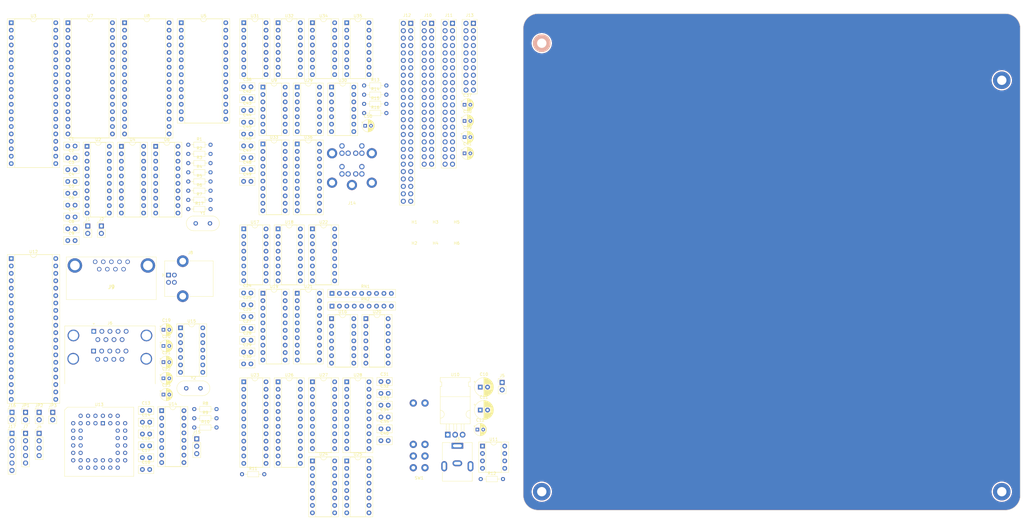
<source format=kicad_pcb>
(kicad_pcb (version 20240108) (generator "pcbnew") (generator_version "8.0")
  (layers (0 "F.Cu" signal) (1 "In1.Cu" power) (2 "In2.Cu" power) (31 "B.Cu" signal) (34 "B.Paste" user) (35 "F.Paste" user) (36 "B.SilkS" user "B.Silkscreen") (37 "F.SilkS" user "F.Silkscreen") (38 "B.Mask" user) (39 "F.Mask" user) (44 "Edge.Cuts" user))
  (net 0 "")
  (net 1 "GND")
  (net 2 "/AM16")
  (net 3 "/AM20")
  (net 4 "VCC")
  (net 5 "/AM15")
  (net 6 "/AM21")
  (net 7 "/AM19")
  (net 8 "/AM17")
  (net 9 "/AM18")
  (net 10 "/D6")
  (net 11 "/Address-Logic/BA")
  (net 12 "/Expansion Ports/~{BREQ}")
  (net 13 "/Expansion Ports/~{RST}")
  (net 14 "/Expansion Ports/BAVAIL")
  (net 15 "/Address-Logic/BS")
  (net 16 "/D2")
  (net 17 "/CPU_MEM/MRDY")
  (net 18 "/CPU_MEM/~{NMI}")
  (net 19 "/CPU_MEM/~{IRQ}")
  (net 20 "/CPU_MEM/~{FIRQ}")
  (net 21 "/D0")
  (net 22 "/D3")
  (net 23 "Net-(U15-VUSB)")
  (net 24 "/D1")
  (net 25 "/D7")
  (net 26 "/Address-Logic/Q")
  (net 27 "/Expansion Ports/R{slash}~{W}")
  (net 28 "/D4")
  (net 29 "/D5")
  (net 30 "/Address-Logic/~{ROM_EN}")
  (net 31 "/Address-Logic/~{RAML_EN}")
  (net 32 "/Address-Logic/~{RAMH_EN}")
  (net 33 "Net-(U3-XTAL)")
  (net 34 "Net-(U3-EXTAL)")
  (net 35 "Net-(J7-Pin_2)")
  (net 37 "/Address-Logic/~{SND_EN}")
  (net 43 "/Address-Logic/~{IO_EN}")
  (net 44 "/Address-Logic/~{EXP_EN}")
  (net 45 "Net-(J7-Pin_4)")
  (net 46 "/Address-Logic/~{PAR_EN}")
  (net 47 "/Address-Logic/~{SER_EN}")
  (net 48 "/Address-Logic/~{PS2_EN}")
  (net 49 "/Address-Logic/~{VDC_EN}")
  (net 50 "/Address-Logic/~{CF_EN}")
  (net 52 "/Address-Logic/~{IRQ_EN}")
  (net 53 "Net-(U17-S2)")
  (net 54 "Net-(U17-S1)")
  (net 55 "Net-(U17-S0)")
  (net 56 "Net-(SW1-1-2)")
  (net 57 "Net-(U18-S2)")
  (net 58 "Net-(U18-S1)")
  (net 59 "Net-(U18-S0)")
  (net 60 "Net-(U13-X1{slash}CLK)")
  (net 61 "Net-(U13-X2)")
  (net 62 "Net-(U14-C1+)")
  (net 63 "Net-(U14-C1-)")
  (net 64 "Net-(U14-C2+)")
  (net 65 "Net-(U14-C2-)")
  (net 66 "Net-(U14-VS-)")
  (net 67 "Net-(U14-VS+)")
  (net 68 "Net-(J2-Pin_1)")
  (net 69 "Net-(J4-BA)")
  (net 70 "Net-(J4-RA)")
  (net 71 "Net-(J4-GA)")
  (net 72 "Net-(U12-PA3)")
  (net 73 "Net-(U12-PB0)")
  (net 74 "Net-(U12-PA0)")
  (net 78 "Net-(J7-Pin_5)")
  (net 80 "Net-(J7-Pin_1)")
  (net 82 "/Expansion Ports/E")
  (net 83 "~{RD}'")
  (net 84 "Net-(U12-PA1)")
  (net 86 "/Expansion Ports/~{RD}")
  (net 87 "/Expansion Ports/~{RAMX_EN}")
  (net 88 "/~{IRQ_0}")
  (net 89 "/~{IRQ_8}")
  (net 90 "/~{IRQ_14}")
  (net 91 "/~{IRQ_11}")
  (net 92 "/~{IRQ_9}")
  (net 93 "/~{IRQ_10}")
  (net 94 "/~{IRQ_12}")
  (net 95 "/~{IRQ_13}")
  (net 96 "/~{IRQ_1}")
  (net 97 "/~{IRQ_5}")
  (net 98 "/~{IRQ_6}")
  (net 99 "/~{IRQ_4}")
  (net 100 "/~{IRQ_2}")
  (net 101 "/~{IRQ_3}")
  (net 102 "/~{IRQ_7}")
  (net 103 "/A1")
  (net 104 "/A3")
  (net 105 "/A6")
  (net 106 "/A12")
  (net 107 "/A15")
  (net 108 "/A14")
  (net 109 "/A13")
  (net 110 "/A7")
  (net 111 "/A5")
  (net 112 "/A0")
  (net 113 "/A8")
  (net 114 "/A10")
  (net 115 "/A2")
  (net 116 "/A4")
  (net 117 "/A11")
  (net 118 "/A9")
  (net 119 "/Expansion Ports/~{WR}")
  (net 120 "/Serial-Parallel/D-")
  (net 121 "/Serial-Parallel/D+")
  (net 122 "/AM14")
  (net 123 "Net-(U12-PA2)")
  (net 124 "Net-(U12-PB2)")
  (net 125 "/Address-Logic/~{MEM_RD}")
  (net 126 "/Address-Logic/~{MEM_WR}")
  (net 127 "/Expansion Ports/~{MAP_EN}")
  (net 129 "Net-(U12-PB1)")
  (net 130 "Net-(U12-PB3)")
  (net 131 "Net-(U12-PB4)")
  (net 132 "/CPU_MEM/~{HALT}")
  (net 133 "/CPU_MEM/pD6")
  (net 134 "/CPU_MEM/pA1")
  (net 135 "/CPU_MEM/pA3")
  (net 136 "/CPU_MEM/pA6")
  (net 137 "/CPU_MEM/pA12")
  (net 138 "/CPU_MEM/pA15")
  (net 139 "/CPU_MEM/pA14")
  (net 140 "/CPU_MEM/pA13")
  (net 141 "/CPU_MEM/pD2")
  (net 142 "/CPU_MEM/pA7")
  (net 143 "/CPU_MEM/pA5")
  (net 144 "/CPU_MEM/pD0")
  (net 145 "/CPU_MEM/pA0")
  (net 146 "/CPU_MEM/pD3")
  (net 147 "/CPU_MEM/pD1")
  (net 148 "/CPU_MEM/pD7")
  (net 149 "/CPU_MEM/pA8")
  (net 150 "/CPU_MEM/pA10")
  (net 151 "/CPU_MEM/pA2")
  (net 152 "/CPU_MEM/pA4")
  (net 153 "/CPU_MEM/pA11")
  (net 154 "/CPU_MEM/pD4")
  (net 155 "/CPU_MEM/pA9")
  (net 156 "/CPU_MEM/pD5")
  (net 157 "Net-(U14-R1IN)")
  (net 158 "Net-(U14-T1OUT)")
  (net 169 "Net-(JP2-B)")
  (net 170 "Net-(JP2-A)")
  (net 171 "Net-(JP3-B)")
  (net 174 "Net-(J17-Pin_5)")
  (net 176 "Net-(J15-Pin_2)")
  (net 178 "Net-(J17-Pin_3)")
  (net 179 "Net-(J17-Pin_2)")
  (net 180 "Net-(J17-Pin_4)")
  (net 190 "Net-(U13-TxB)")
  (net 191 "Net-(JP3-A)")
  (net 192 "Net-(U13-OP4)")
  (net 193 "Net-(U13-TxA)")
  (net 195 "Net-(U13-RxB)")
  (net 198 "Net-(U13-OP5)")
  (net 199 "Net-(U13-OP6)")
  (net 203 "Net-(U13-RxA)")
  (net 208 "Net-(U21-OE)")
  (net 210 "Net-(U19-Cp)")
  (net 212 "Net-(U17-EI)")
  (net 215 "Net-(U18-GS)")
  (net 216 "Net-(U19-Q1)")
  (net 218 "Net-(U19-Q2)")
  (net 222 "Net-(U19-Q0)")
  (net 225 "Net-(U19-Q3)")
  (net 228 "Net-(U21-D3)")
  (net 229 "Net-(U21-D2)")
  (net 230 "Net-(U21-D0)")
  (net 231 "Net-(U21-D1)")
  (net 234 "/Address-Logic/A14{slash}A0")
  (net 236 "/Address-Logic/A15{slash}A1")
  (net 239 "/Address-Logic/~{MAP_RD}")
  (net 242 "Net-(U11-~{MR})")
  (net 247 "/Power-Management/RST")
  (net 248 "/Address-Logic/~{MEM_EN}")
  (net 249 "Net-(JP1-A)")
  (net 250 "Net-(SW1-1-C)")
  (net 253 "/PS2/PS2_M_CLK")
  (net 257 "/PS2/PS2_KB_DATA")
  (net 258 "/PS2/PS2_M_DATA")
  (net 259 "/PS2/PS2_KB_CLK")
  (net 260 "Net-(U9-Pad1)")
  (net 261 "Net-(U9-Pad10)")
  (net 262 "/PS2/M_CLK")
  (net 263 "Net-(U32-QC)")
  (net 264 "/PS2/M_DATA")
  (net 265 "/PS2/~{INT_PS2_M}")
  (net 268 "Net-(U36-OE)")
  (net 269 "Net-(U29-Pad3)")
  (net 270 "Net-(U33-OE)")
  (net 272 "Net-(U29-Pad10)")
  (net 273 "Net-(U30-Pad13)")
  (net 274 "Net-(U30-Pad11)")
  (net 275 "/PS2/~{INT_PS2_KB}")
  (net 276 "Net-(U35-QC)")
  (net 277 "Net-(U34-SER)")
  (net 278 "Net-(U34-SRCLK)")
  (net 279 "Net-(U31-QF)")
  (net 282 "Net-(U31-QH')")
  (net 283 "Net-(U31-QG)")
  (net 284 "Net-(U31-QH)")
  (net 285 "Net-(U31-QD)")
  (net 286 "Net-(U31-QE)")
  (net 287 "Net-(U31-QC)")
  (net 291 "Net-(U32-QA)")
  (net 295 "Net-(U32-QB)")
  (net 296 "Net-(U34-QG)")
  (net 297 "Net-(U34-QC)")
  (net 298 "Net-(U34-QH)")
  (net 299 "Net-(U34-QD)")
  (net 300 "Net-(U34-QH')")
  (net 301 "Net-(U34-QE)")
  (net 302 "Net-(U34-QF)")
  (net 309 "Net-(U35-QA)")
  (net 312 "Net-(U35-QB)")
  (net 313 "Net-(J16-Pin_2)")
  (net 314 "Net-(U16-Pad1)")
  (footprint "Resistor_THT:R_Axial_DIN0204_L3.6mm_D1.6mm_P7.62mm_Horizontal" (layer "F.Cu") (at -82.618 226.79)
    (property "Reference" "R10")
    (property "Value" "1k")
  )
  (footprint "Package_DIP:DIP-40_W15.24mm_Socket" (layer "F.Cu") (at -145.268 168.91)
    (property "Reference" "U12")
    (property "Value" "65c22")
  )
  (footprint "Package_DIP:DIP-24_W7.62mm_Socket" (layer "F.Cu") (at -65.668 211.16)
    (property "Reference" "U23")
    (property "Value" "GAL 22V10")
  )
  (footprint "Resistor_THT:R_Array_SIP9" (layer "F.Cu") (at -35.468 185.21)
    (property "Reference" "RN2")
    (property "Value" "R_Network08")
  )
  (footprint "Resistor_THT:R_Axial_DIN0204_L3.6mm_D1.6mm_P7.62mm_Horizontal" (layer "F.Cu") (at -84.668 145.66)
    (property "Reference" "R6")
    (property "Value" "4k7")
  )
  (footprint "Connector_PinHeader_2.54mm:PinHeader_1x02_P2.54mm_Vertical" (layer "F.Cu") (at -119.068 157.76)
    (property "Reference" "J1")
    (property "Value" "HALT")
  )
  (footprint "MountingHole:MountingHole_3.2mm_M3_ISO7380" (layer "F.Cu") (at 7.232 160.26)
    (property "Reference" "H5")
    (property "Value" "MountingHole")
  )
  (footprint "Capacitor_THT:C_Disc_D5.0mm_W2.5mm_P2.50mm" (layer "F.Cu") (at -65.718 180.71)
    (property "Reference" "C24")
    (property "Value" "100n")
  )
  (footprint "Connector_PinSocket_2.54mm:PinSocket_2x20_P2.54mm_Vertical" (layer "F.Cu") (at 5.792 88.31)
    (property "Reference" "J11")
    (property "Value" "AudioAddon")
  )
  (footprint "Capacitor_THT:CP_Radial_D4.0mm_P2.00mm" (layer "F.Cu") (at 9.906801 127.31)
    (property "Reference" "C39")
    (property "Value" "10u")
  )
  (footprint "Capacitor_THT:C_Disc_D5.0mm_W2.5mm_P2.50mm" (layer "F.Cu") (at -18.718 215.11)
    (property "Reference" "C32")
    (property "Value" "100n")
  )
  (footprint "Capacitor_THT:C_Disc_D5.0mm_W2.5mm_P2.50mm" (layer "F.Cu") (at -65.718 114.11)
    (property "Reference" "C42")
    (property "Value" "100n")
  )
  (footprint "Package_DIP:DIP-14_W7.62mm_Socket" (layer "F.Cu") (at -35.618 189.51)
    (property "Reference" "U16")
    (property "Value" "74HCT02")
  )
  (footprint "Package_DIP:DIP-16_W7.62mm_Socket" (layer "F.Cu") (at -93.768 221.04)
    (property "Reference" "U14")
    (property "Value" "MAX232")
  )
  (footprint "Capacitor_THT:C_Disc_D5.0mm_W2.5mm_P2.50mm" (layer "F.Cu") (at -65.718 126.26)
    (property "Reference" "C45")
    (property "Value" "100n")
  )
  (footprint "Package_LCC:PLCC-44_THT-Socket" (layer "F.Cu") (at -113.898 225.34)
    (property "Reference" "U13")
    (property "Value" "XR88C92")
  )
  (footprint "Package_DIP:DIP-16_W7.62mm_Socket" (layer "F.Cu") (at -53.918 158.76)
    (property "Reference" "U18")
    (property "Value" "74HCT148")
  )
  (footprint "Capacitor_THT:CP_Radial_D4.0mm_P2.00mm" (layer "F.Cu") (at 9.906801 121.76)
    (property "Reference" "C38")
    (property "Value" "10u")
  )
  (footprint "Crystal:Crystal_HC49-U_Vertical" (layer "F.Cu") (at -82.118 156.86)
    (property "Reference" "Y1")
    (property "Value" "12MHz")
  )
  (footprint "Package_DIP:DIP-16_W7.62mm_Socket" (layer "F.Cu") (at -42.168 158.76)
    (property "Reference" "U22")
    (property "Value" "74HCT85")
  )
  (footprint "Capacitor_THT:C_Disc_D5.0mm_W2.5mm_P2.50mm" (layer "F.Cu") (at -125.918 146.56)
    (property "Reference" "C5")
    (property "Value" "100n")
  )
  (footprint "Package_DIP:DIP-20_W7.62mm_Socket" (layer "F.Cu") (at -47.368 129.66)
    (property "Reference" "U36")
    (property "Value" "74HCT573")
  )
  (footprint "Package_DIP:DIP-20_W7.62mm_Socket" (layer "F.Cu") (at -42.168 211.16)
    (property "Reference" "U27")
    (property "Value" "GAL16V8")
  )
  (footprint "Package_DIP:DIP-28_W15.24mm_Socket" (layer "F.Cu") (at -87.068 88.11)
    (property "Reference" "U5")
    (property "Value" "28C64")
  )
  (footprint "Capacitor_THT:C_Disc_D5.0mm_W2.5mm_P2.50mm" (layer "F.Cu") (at -18.718 211.06)
    (property "Reference" "C31")
    (property "Value" "100n")
  )
  (footprint "Package_DIP:DIP-16_W7.62mm_Socket" (layer "F.Cu") (at -65.668 88.11)
    (property "Reference" "U31")
    (property "Value" "74HCT595")
  )
  (footprint "Resistor_THT:R_Axial_DIN0204_L3.6mm_D1.6mm_P7.62mm_Horizontal" (layer "F.Cu") (at -84.668 148.81)
    (property "Reference" "R7")
    (property "Value" "4k7")
  )
  (footprint "Capacitor_THT:C_Disc_D5.0mm_W2.5mm_P2.50mm" (layer "F.Cu") (at -100.368 241.19)
    (property "Reference" "C18")
    (property "Value" "100n")
  )
  (footprint "Package_DIP:DIP-20_W7.62mm_Socket" (layer "F.Cu") (at -47.368 180.81)
    (property "Reference" "U21")
    (property "Value" "74HCT574")
  )
  (footprint "Capacitor_THT:C_Disc_D5.0mm_W2.5mm_P2.50mm" (layer "F.Cu") (at -65.718 192.86)
    (property "Reference" "C27")
    (property "Value" "100n")
  )
  (footprint "Package_DIP:DIP-20_W7.62mm_Socket" (layer "F.Cu") (at -107.568 130.46)
    (property "Reference" "U4")
    (property "Value" "74HC245")
  )
  (footprint "Package_DIP:DIP-16_W7.62mm_Socket" (layer "F.Cu") (at -65.668 158.76)
    (property "Reference" "U17")
    (property "Value" "74HCT148")
  )
  (footprint "Connector_PinSocket_2.54mm:PinSocket_2x25_P2.54mm_Vertical" (layer "F.Cu") (at -8.508 88.31)
    (property "Reference" "J12")
    (property "Value" "ExpansionPort")
  )
  (footprint "Connector_PinHeader_2.54mm:PinHeader_1x02_P2.54mm_Vertical" (layer "F.Cu") (at 22.782 211.36)
    (property "Reference" "J5")
    (property "Value" "Reset")
  )
  (footprint "Capacitor_THT:C_Disc_D5.0mm_W2.5mm_P2.50mm" (layer "F.Cu") (at -125.918 158.71)
    (property "Reference" "C8")
    (property "Value" "100n")
  )
  (footprint "Resistor_THT:R_Axial_DIN0204_L3.6mm_D1.6mm_P7.62mm_Horizontal" (layer "F.Cu") (at -24.468 109.61)
    (property "Reference" "R13")
    (property "Value" "10k")
  )
  (footprint "Capacitor_THT:C_Disc_D5.0mm_W2.5mm_P2.50mm" (layer "F.Cu") (at -65.718 130.31)
    (property "Reference" "C46")
    (property "Value" "100n")
  )
  (footprint "Capacitor_THT:C_Disc_D5.0mm_W2.5mm_P2.50mm" (layer "F.Cu") (at -125.918 142.51)
    (property "Reference" "C4")
    (property "Value" "100n")
  )
  (footprint "kicad-lib:DSUB-9-Double_NorComp" (layer "F.Cu") (at -117.017854 193.849338)
    (property "Reference" "J6")
    (property "Value" "Joystic Ports")
  )
  (footprint "Resistor_THT:R_Axial_DIN0204_L3.6mm_D1.6mm_P7.62mm_Horizontal" (layer "F.Cu") (at -24.468 112.76)
    (property "Reference" "R14")
    (property "Value" "10k")
  )
  (footprint "Capacitor_THT:CP_Radial_D4.0mm_P2.00mm" (layer "F.Cu") (at -93.163199 193.31)
    (property "Reference" "C19")
    (property "Value" "1u")
  )
  (footprint "Capacitor_THT:CP_Radial_D4.0mm_P2.00mm" (layer "F.Cu") (at -93.163199 204.41)
    (property "Reference" "C21")
    (property "Value" "1u")
  )
  (footprint "Capacitor_THT:C_Disc_D5.0mm_W2.5mm_P2.50mm" (layer "F.Cu") (at -100.368 224.99)
    (property "Reference" "C14")
    (property "Value" "100n")
  )
  (footprint "Resistor_THT:R_Axial_DIN0204_L3.6mm_D1.6mm_P7.62mm_Horizontal" (layer "F.Cu") (at -84.668 151.96)
    (property "Reference" "R17")
    (property "Value" "4k7")
  )
  (footprint "Resistor_THT:R_Axial_DIN0204_L3.6mm_D1.6mm_P7.62mm_Horizontal" (layer "F.Cu") (at -84.668 139.36)
    (property "Reference" "R4")
    (property "Value" "4k7")
  )
  (footprint "Capacitor_THT:CP_Radial_D4.0mm_P2.00mm" (layer "F.Cu") (at -93.163199 215.51)
    (property "Reference" "C23")
    (property "Value" "1u")
  )
  (footprint "Resistor_THT:R_Axial_DIN0204_L3.6mm_D1.6mm_P7.62mm_Horizontal" (layer "F.Cu") (at -82.618 220.49)
    (property "Reference" "R8")
    (property "Value" "1k")
  )
  (footprint "Package_DIP:DIP-20_W7.62mm_Socket" (layer "F.Cu") (at -59.118 129.66)
    (property "Reference" "U33")
    (property "Value" "74HCT573")
  )
  (footprint "Capacitor_THT:C_Disc_D5.0mm_W2.5mm_P2.50mm" (layer "F.Cu") (at -65.718 184.76)
    (property "Reference" "C25")
    (property "Value" "100n")
  )
  (footprint "Capacitor_THT:C_Disc_D5.0mm_W2.5mm_P2.50mm" (layer "F.Cu") (at -65.718 122.21)
    (property "Reference" "C44")
    (property "Value" "100n")
  )
  (footprint "Connector_BarrelJack:BarrelJack_CUI_PJ-063AH_Horizontal" (layer "F.Cu") (at 7.452 233.07)
    (property "Reference" "J3")
    (property "Value" "Power")
  )
  (footprint "Package_DIP:DIP-20_W7.62mm_Socket" (layer "F.Cu") (at -59.118 180.81)
    (property "Reference" "U19")
    (property "Value" "74HCT574")
  )
  (footprint "Capacitor_THT:C_Disc_D5.0mm_W2.5mm_P2.50mm" (layer "F.Cu") (at -125.918 150.61)
    (property "Reference" "C6")
    (property "Value" "100n")
  )
  (footprint "Resistor_THT:R_Axial_DIN0204_L3.6mm_D1.6mm_P7.62mm_Horizontal" (layer "F.Cu") (at -84.668 129.91)
    (property "Reference" "R1")
    (property "Value" "4k7")
  )
  (footprint "Capacitor_THT:CP_Radial_D6.3mm_P2.50mm" (layer "F.Cu") (at 15.287241 220.81)
    (property "Reference" "C11")
    (property "Value" "100µF")
  )
  (footprint "Package_DIP:DIP-16_W7.62mm_Socket" (layer "F.Cu") (at -53.918 88.11)
    (property "Reference" "U32")
    (property "Value" "74HCT595")
  )
  (footprint "Capacitor_THT:C_Disc_D5.0mm_W2.5mm_P2.50mm" (layer "F.Cu") (at -125.918 154.66)
    (property "Reference" "C7")
    (property "Value" "100n")
  )
  (footprint "Resistor_THT:R_Array_SIP9" (layer "F.Cu") (at -35.468 180.86)
    (property "Reference" "RN1")
    (property "Value" "R_Network08")
  )
  (footprint "Capacitor_THT:CP_Radial_D4.0mm_P2.00mm" (layer "F.Cu") (at -93.163199 198.86)
    (property "Reference" "C20")
    (property "Value" "1u")
  )
  (footprint "Package_DIP:DIP-24_W7.62mm_Socket" (layer "F.Cu") (at -53.918 211.16)
    (property "Reference" "U26")
    (property "Value" "GAL 22V10")
  )
  (footprint "Capacitor_THT:C_Disc_D5.0mm_W2.5mm_P2.50mm" (layer "F.Cu") (at -100.368 220.94)
    (property "Reference" "C13")
    (property "Value" "100n")
  )
  (footprint "Connector_PinHeader_2.54mm:PinHeader_1x02_P2.54mm_Vertical" (layer "F.Cu") (at -131.068 221.61)
    (property "Reference" "JP3")
    (property "Value" "CTS")
  )
  (footprint "Package_DIP:DIP-32_W15.24mm_Socket" (layer "F.Cu") (at -125.868 88.11)
    (property "Reference" "U7")
    (property "Value" "AS6C4008")
  )
  (footprint "Connector_PinHeader_2.54mm:PinHeader_1x02_P2.54mm_Vertical" (layer "F.Cu") (at -114.418 157.76)
    (property "Reference" "J2")
    (property "Value" "Write Enable")
  )
  (footprint "kicad-lib:mITX" (layer "F.Cu") (at 29.992 255.143)
    (property "Reference" "U1" (hide yes))
    (property "Value" "~" (hide yes))
    (fp_line (start 0 -165.1) (end 0 -5.08) (stroke (width 0.12)) (layer "Edge.Cuts"))
    (fp_line (start 5.08 0) (end 165.1 0) (stroke (width 0.12)) (layer "Edge.Cuts"))
    (fp_line (start 165.1 -170.18) (end 5.08 -170.18) (stroke (width 0.12)) (layer "Edge.Cuts"))
    (fp_line (start 170.18 -5.08) (end 170.18 -165.1) (stroke (width 0.12)) (layer "Edge.Cuts"))
    (fp_arc (start 0 -165.1) (mid 1.487898 -168.692102) (end 5.08 -170.18) (stroke (width 0.12)) (layer "Edge.Cuts"))
    (fp_arc (start 5.08 0) (mid 1.487898 -1.487898) (end 0 -5.08) (stroke (width 0.12)) (layer "Edge.Cuts"))
    (fp_arc (start 165.1 -170.18) (mid 168.692102 -168.692102) (end 170.18 -165.1) (stroke (width 0.12)) (layer "Edge.Cuts"))
    (fp_arc (start 170.18 -5.08) (mid 168.692102 -1.487898) (end 165.1 0) (stroke (width 0.12)) (layer "Edge.Cuts"))
  )
  (footprint "Connector_PinSocket_2.54mm:PinSocket_2x10_P2.54mm_Vertical" (layer "F.Cu") (at 12.942 88.31)
    (property "Reference" "J13")
    (property "Value" "Compact Flash Addon")
  )
  (footprint "Crystal:Crystal_HC49-U_Vertical" (layer "F.Cu") (at -85.368 213.36)
    (property "Reference" "Y2")
    (property "Value" "3.3864")
  )
  (footprint "Capacitor_THT:CP_Radial_D4.0mm_P2.00mm" (layer "F.Cu") (at 9.906801 132.86)
    (property "Reference" "C41")
    (property "Value" "10u")
  )
  (footprint "Package_DIP:DIP-14_W7.62mm_Socket" (layer "F.Cu") (at -23.868 189.51)
    (property "Reference" "U20")
    (property "Value" "74HCT00")
  )
  (footprint "Capacitor_THT:C_Disc_D5.0mm_W2.5mm_P2.50mm" (layer "F.Cu") (at -65.718 205.01)
    (property "Reference" "C30")
    (property "Value" "100n")
  )
  (footprint "Package_DIP:DIP-14_W7.62mm_Socket" (layer "F.Cu") (at -87.318 192.66)
    (property "Reference" "U15")
    (property "Value" "MCP2221A")
  )
  (footprint "Package_DIP:DIP-16_W7.62mm_Socket" (layer "F.Cu") (at -30.418 238.26)
    (property "Reference" "U25")
    (property "Value" "74LS670")
  )
  (footprint "Package_DIP:DIP-32_W15.24mm_Socket" (layer "F.Cu") (at -106.468 88.11)
    (property "Reference" "U8")
    (property "Value" "AS6C4008")
  )
  (footprint "Capacitor_THT:C_Disc_D5.0mm_W2.5mm_P2.50mm" (layer "F.Cu") (at -65.718 142.46)
    (property "Reference" "C49")
    (property "Value" "100n")
  )
  (footprint "Package_DIP:DIP-40_W15.24mm_Socket" (layer "F.Cu") (at -145.268 88.11)
    (property "Reference" "U3")
    (property "Value" "MC6809")
  )
  (footprint "Package_DIP:DIP-20_W7.62mm_Socket" (layer "F.Cu") (at -119.318 130.46)
    (property "Reference" "U2")
    (property "Value" "74HC245")
  )
  (footprint "MountingHole:MountingHole_3.2mm_M3_ISO7380" (layer "F.Cu") (at 7.232 167.51)
    (property "Reference" "H6")
    (property "Value" "MountingHole")
  )
  (footprint "Resistor_THT:R_Axial_DIN0204_L3.6mm_D1.6mm_P7.62mm_Horizontal" (layer "F.Cu") (at -84.668 142.51)
    (property "Reference" "R5")
    (property "Value" "4k7")
  )
  (footprint "Capacitor_THT:C_Disc_D5.0mm_W2.5mm_P2.50mm" (layer "F.Cu") (at -65.718 196.91)
    (property "Reference" "C28")
    (property "Value" "100n")
  )
  (footprint "Resistor_THT:R_Axial_DIN0204_L3.6mm_D1.6mm_P7.62mm_Horizontal" (layer "F.Cu") (at -84.668 133.06)
    (property "Reference" "R2")
    (property "Value" "4k7")
  )
  (footprint "Capacitor_THT:C_Disc_D5.0mm_W2.5mm_P2.50mm" (layer "F.Cu") (at -125.918 162.76)
    (property "Reference" "C9")
    (property "Value" "100n")
  )
  (footprint "Capacitor_THT:CP_Radial_D4.0mm_P2.00mm" (layer "F.Cu") (at -24.113199 123.41)
    (property "Reference" "C50")
    (property "Value" "10u")
  )
  (footprint "Capacitor_THT:C_Disc_D5.0mm_W2.5mm_P2.50mm" (layer "F.Cu") (at -18.718 219.16)
    (property "Reference" "C33")
    (property "Value" "100n")
  )
  (footprint "Connector_PinHeader_2.54mm:PinHeader_1x06_P2.54mm_Vertical" (layer "F.Cu") (at -145.018 228.81)
    (property "Reference" "J17")
    (property "Value" "Clock Exp.")
  )
  (footprint "Resistor_THT:R_Axial_DIN0204_L3.6mm_D1.6mm_P7.62mm_Horizontal" (layer "F.Cu") (at -66.268 242.81)
    (property "Reference" "R11")
    (property "Value" "4k7")
  )
  (footprint "Package_DIP:DIP-16_W7.62mm_Socket" (layer "F.Cu") (at -30.418 88.11)
    (property "Reference" "U35")
    (property "Value" "74HCT595")
  )
  (footprint "MountingHole:MountingHole_3.2mm_M3_ISO7380" (layer "F.Cu") (at -0.018 160.26)
    (property "Reference" "H3")
    (property "Value" "MountingHole")
  )
  (footprint "Resistor_THT:R_Axial_DIN0204_L3.6mm_D1.6mm_P7.62mm_Horizontal" (layer "F.Cu") (at -82.618 223.64)
    (property "Reference" "R9")
    (property "Value" "1k")
  )
  (footprint "kicad-lib:CMD-Switch" (layer "F.Cu") (at -5.633 244.585)
    (property "Reference" "SW1")
    (property "Value" "Power Switch")
  )
  (footprint "MountingHole:MountingHole_3.2mm_M3_ISO7380" (layer "F.Cu") (at -7.268 167.51)
    (property "Reference" "H2")
    (property "Value" "MountingHole")
  )
  (footprint "Connector_PinHeader_2.54mm:PinHeader_1x02_P2.54mm_Vertical" (layer "F.Cu") (at -140.368 221.61)
    (property "Reference" "JP1")
    (property "Value" "Reset EN")
  )
  (footprint "Connector_PinHeader_2.54mm:PinHeader_1x03_P2.54mm_Vertical" (layer "F.Cu") (at -81.768 230.69)
    (property "Reference" "J15")
    (property "Value" "PC Speaker")
  )
  (footprint "Capacitor_THT:C_Disc_D5.0mm_W2.5mm_P2.50mm" (layer "F.Cu") (at -65.718 134.36)
    (property "Reference" "C47")
    (property "Value" "100n")
  )
  (footprint "Capacitor_THT:C_Disc_D5.0mm_W2.5mm_P2.50mm" (layer "F.Cu") (at -125.918 138.46)
    (property "Reference" "C3")
    (property "Value" "100n")
  )
  (footprint "MountingHole:MountingHole_3.2mm_M3_ISO7380" (layer "F.Cu") (at -0.018 167.51)
    (property "Reference" "H4")
    (property "Value" "MountingHole")
  )
  (footprint "Package_DIP:DIP-16_W7.62mm_Socket" (layer "F.Cu") (at -42.168 238.26)
    (property "Reference" "U24")
    (property "Value" "74LS670")
  )
  (footprint "Capacitor_THT:C_Disc_D5.0mm_W2.5mm_P2.50mm" (layer "F.Cu") (at -18.718 223.21)
    (property "Reference" "C34")
    (property "Value" "100n")
  )
  (footprint "Capacitor_THT:CP_Radial_D4.0mm_P2.00mm" (layer "F.Cu") (at -93.163199 209.96)
    (property "Reference" "C22")
    (property "Value" "1u")
  )
  (footprint "Capacitor_THT:C_Disc_D5.0mm_W2.5mm_P2.50mm" (layer "F.Cu") (at -100.368 233.09)
    (property "Reference" "C16")
    (property "Value" "43pF")
  )
  (footprint "Capacitor_THT:C_Disc_D5.0mm_W2.5mm_P2.50mm" (layer "F.Cu") (at -18.718 227.26)
    (property "Reference" "C35")
    (property "Value" "100n")
  )
  (footprint "Capacitor_THT:C_Disc_D5.0mm_W2.5mm_P2.50mm" (layer "F.Cu") (at -65.718 138.41)
    (property "Reference" "C48")
    (property "Value" "100n")
  )
  (footprint "Capacitor_THT:C_Disc_D5.0mm_W2.5mm_P2.50mm" (layer "F.Cu") (at -125.918 134.41)
    (property "Reference" "C2")
    (property "Value" "22pF")
  )
  (footprint "Resistor_THT:R_Axial_DIN0204_L3.6mm_D1.6mm_P7.62mm_Horizontal" (layer "F.Cu") (at -24.468 115.91)
    (property "Reference" "R15")
    (property "Value" "10k")
  )
  (footprint "Capacitor_THT:C_Disc_D5.0mm_W2.5mm_P2.50mm" (layer "F.Cu") (at -65.718 110.06)
    (property "Reference" "C36")
    (property "Value" "100n")
  )
  (footprint "Package_DIP:DIP-14_W7.62mm_Socket" (layer "F.Cu") (at -59.118 110.16)
    (property "Reference" "U9")
    (property "Value" "74HCT14")
  )
  (footprint "Capacitor_THT:C_Disc_D5.0mm_W2.5mm_P2.50mm" (layer "F.Cu") (at -125.918 130.36)
    (property "Reference" "C1")
    (property "Value" "22pF")
  )
  (footprint "Capacitor_THT:C_Disc_D5.0mm_W2.5mm_P2.50mm" (layer "F.Cu") (at -65.718 200.96)
    (property "Reference" "C29")
    (property "Value" "100n")
  )
  (footprint "Capacitor_THT:CP_Radial_D4.0mm_P2.00mm" (layer "F.Cu") (at 14.306801 227.51)
    (property "Reference" "C12")
    (property "Value" "10µF")
  )
  (footprint "PCM_Package_TO_SOT_THT_AKL:TO-220-3_Horizontal_TabDown" (layer "F.Cu") (at 4.162 229.27)
    (property "Reference" "U10")
    (property "Value" "BA05CCOT" (hide yes))
  )
  (footprint "Capacitor_THT:C_Disc_D5.0mm_W2.5mm_P2.50mm" (layer "F.Cu") (at -100.368 229.04)
    (property "Reference" "C15")
    (property "Value" "43pF")
  )
  (footprint "Connector_USB:USB_B_Lumberg_2411_02_Horizontal" (layer "F.Cu") (at -91.423 174.56)
    (property "Reference" "J8")
    (property "Value" "Console")
  )
  (footprint "Capacitor_THT:C_Disc_D5.0mm_W2.5mm_P2.50mm" (layer "F.Cu") (at -100.368 237.14)
    (property "Reference" "C17")
    (property "Value" "100n")
  )
  (footprint "Connector_PinHeader_2.54mm:PinHeader_1x02_P2.54mm_Vertical" (layer "F.Cu") (at -135.718 221.61)
    (property "Reference" "JP2")
    (property "Value" "RTS")
  )
  (footprint "MountingHole:MountingHole_3.2mm_M3_ISO7380" (layer "F.Cu") (at -7.268 160.26)
    (property "Reference" "H1")
    (property "Value" "MountingHole")
  )
  (footprint "Connector_PinHeader_2.54mm:PinHeader_1x05_P2.54mm_Vertical" (layer "F.Cu") (at -140.368 228.81)
    (property "Reference" "J7")
    (property "Value" "POT Con")
  )
  (footprint "Capacitor_THT:CP_Radial_D4.0mm_P2.00mm" (layer "F.Cu") (at 9.906801 116.21)
    (property "Reference" "C37")
    (property "Value" "10u")
  )
  (footprint "Package_DIP:DIP-8_W7.62mm_Socket" (layer "F.Cu") (at 16.052 233.17)
    (property "Reference" "U11")
    (property "Value" "MAX708")
  )
  (footprint "Package_DIP:DIP-20_W7.62mm_Socket" (layer "F.Cu") (at -95.818 130.46)
    (property "Reference" "U6")
    (property "Value" "74HC245")
  )
  (footprint "Capacitor_THT:C_Disc_D5.0mm_W2.5mm_P2.50mm" (layer "F.Cu") (at -65.718 188.81)
    (property "Reference" "C26")
    (property "Value" "100n")
  )
  (footprint "Package_DIP:DIP-16_W7.62mm_Socket" (layer "F.Cu") (at -42.168 88.11)
    (property "Reference" "U34")
    (property "Value" "74HCT595")
  )
  (footprint "Connector_PinHeader_2.54mm:PinHeader_1x02_P2.54mm_Vertical" (layer "F.Cu") (at -145.018 221.61)
    (property "Reference" "J16")
    (property "Value" "LPen")
  )
  (footprint "Capacitor_THT:CP_Radial_D6.3mm_P2.50mm" (layer "F.Cu") (at 15.287241 212.96)
    (property "Reference" "C10")
    (property "Value" "33µF")
  )
  (footprint "Package_DIP:DIP-20_W7.62mm_Socket" (layer "F.Cu") (at -30.418 211.16)
    (property "Reference" "U28")
    (property "Value" "74HC245")
  )
  (footprint "Resistor_THT:R_Axial_DIN0204_L3.6mm_D1.6mm_P7.62mm_Horizontal" (layer "F.Cu") (at 15.452 244.47)
    (property "Reference" "R12")
    (property "Value" "4k7")
  )
  (footprint "kicad-lib:23018431" (layer "F.Cu") (at -116.548 170.015)
    (property "Reference" "J9")
    (property "Value" "Serial" (hide yes))
  )
  (footprint "Package_DIP:DIP-14_W7.62mm_Socket" (layer "F.Cu") (at -47.368 110.16)
    (property "Reference" "U29")
    (property "Value" "74HCT32")
  )
  (footprint "Resistor_THT:R_Axial_DIN0204_L3.6mm_D1.6mm_P7.62mm_Horizontal" (layer "F.Cu") (at -84.668 136.21)
    (property "Reference" "R3")
    (property "Value" "4k7")
  )
  (footprint "Connector_PinHeader_2.54mm:PinHeader_1x04_P2.54mm_Vertical" (layer "F.Cu") (at -135.718 228.81)
    (property "Reference" "J4")
    (property "Value" "PowerLed")
  )
  (footprint "kicad-lib:2xPS2-Mini-Din" (layer "F.Cu") (at -28.643 148.415)
    (property "Reference" "J14")
    (property "Value" "~")
  )
  (footprint "Resistor_THT:R_Axial_DIN0204_L3.6mm_D1.6mm_P7.62mm_Horizontal" (layer "F.Cu") (at -24.468 119.06)
    (property "Reference" "R16")
    (property "Value" "10k")
  )
  (footprint "Connector_PinSocket_2.54mm:PinSocket_2x20_P2.54mm_Vertical" (layer "F.Cu") (at -1.358 88.31)
    (property "Reference" "J10")
    (property "Value" "VideoAddon")
  )
  (footprint "Package_DIP:DIP-14_W7.62mm_Socket" (layer "F.Cu") (at -35.618 110.16)
    (property "Reference" "U30")
    (property "Value" "74HCT14")
  )
  (footprint "Capacitor_THT:C_Disc_D5.0mm_W2.5mm_P2.50mm" (layer "F.Cu") (at -18.718 231.31)
    (property "Reference" "C40")
    (property "Value" "100n")
  )
  (footprint "Capacitor_THT:C_Disc_D5.0mm_W2.5mm_P2.50mm" (layer "F.Cu") (at -65.718 118.16)
    (property "Reference" "C43")
    (property "Value" "100n")
  )
  (zone (net 1) (net_name "GND") (layers "F.Cu" "In2.Cu" "B.Cu") (connect_pads (clearance 0.5)) (min_thickness 0.25) (fill yes (thermal_gap 0.5) (thermal_bridge_width 0.5))
    (polygon (pts (xy 28.722 83.82) (xy 28.722 256.54) (xy 201.442 256.54) (xy 201.442 83.82)))
  )
)
</source>
